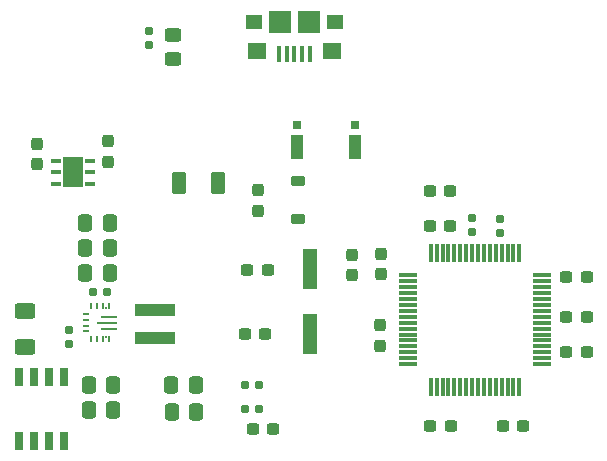
<source format=gbr>
%TF.GenerationSoftware,KiCad,Pcbnew,7.0.1*%
%TF.CreationDate,2023-07-11T02:04:21-05:00*%
%TF.ProjectId,Power_Supply,506f7765-725f-4537-9570-706c792e6b69,1*%
%TF.SameCoordinates,Original*%
%TF.FileFunction,Paste,Top*%
%TF.FilePolarity,Positive*%
%FSLAX46Y46*%
G04 Gerber Fmt 4.6, Leading zero omitted, Abs format (unit mm)*
G04 Created by KiCad (PCBNEW 7.0.1) date 2023-07-11 02:04:21*
%MOMM*%
%LPD*%
G01*
G04 APERTURE LIST*
G04 Aperture macros list*
%AMRoundRect*
0 Rectangle with rounded corners*
0 $1 Rounding radius*
0 $2 $3 $4 $5 $6 $7 $8 $9 X,Y pos of 4 corners*
0 Add a 4 corners polygon primitive as box body*
4,1,4,$2,$3,$4,$5,$6,$7,$8,$9,$2,$3,0*
0 Add four circle primitives for the rounded corners*
1,1,$1+$1,$2,$3*
1,1,$1+$1,$4,$5*
1,1,$1+$1,$6,$7*
1,1,$1+$1,$8,$9*
0 Add four rect primitives between the rounded corners*
20,1,$1+$1,$2,$3,$4,$5,0*
20,1,$1+$1,$4,$5,$6,$7,0*
20,1,$1+$1,$6,$7,$8,$9,0*
20,1,$1+$1,$8,$9,$2,$3,0*%
G04 Aperture macros list end*
%ADD10RoundRect,0.250000X-0.337500X-0.475000X0.337500X-0.475000X0.337500X0.475000X-0.337500X0.475000X0*%
%ADD11R,1.200000X3.500000*%
%ADD12RoundRect,0.250000X0.337500X0.475000X-0.337500X0.475000X-0.337500X-0.475000X0.337500X-0.475000X0*%
%ADD13RoundRect,0.237500X0.237500X-0.300000X0.237500X0.300000X-0.237500X0.300000X-0.237500X-0.300000X0*%
%ADD14RoundRect,0.237500X0.300000X0.237500X-0.300000X0.237500X-0.300000X-0.237500X0.300000X-0.237500X0*%
%ADD15RoundRect,0.250000X0.362500X0.700000X-0.362500X0.700000X-0.362500X-0.700000X0.362500X-0.700000X0*%
%ADD16R,3.400000X0.980000*%
%ADD17RoundRect,0.237500X-0.300000X-0.237500X0.300000X-0.237500X0.300000X0.237500X-0.300000X0.237500X0*%
%ADD18RoundRect,0.225000X-0.375000X0.225000X-0.375000X-0.225000X0.375000X-0.225000X0.375000X0.225000X0*%
%ADD19R,0.850000X0.300000*%
%ADD20R,1.700000X2.500000*%
%ADD21RoundRect,0.155000X0.155000X-0.212500X0.155000X0.212500X-0.155000X0.212500X-0.155000X-0.212500X0*%
%ADD22R,1.100000X2.000000*%
%ADD23R,0.800000X0.800000*%
%ADD24RoundRect,0.160000X-0.160000X0.197500X-0.160000X-0.197500X0.160000X-0.197500X0.160000X0.197500X0*%
%ADD25RoundRect,0.160000X-0.197500X-0.160000X0.197500X-0.160000X0.197500X0.160000X-0.197500X0.160000X0*%
%ADD26R,0.700000X1.525000*%
%ADD27RoundRect,0.160000X0.160000X-0.197500X0.160000X0.197500X-0.160000X0.197500X-0.160000X-0.197500X0*%
%ADD28R,0.600000X0.250000*%
%ADD29R,0.250000X0.600000*%
%ADD30R,0.250000X0.250000*%
%ADD31R,1.350000X0.250000*%
%ADD32R,1.700000X0.250000*%
%ADD33RoundRect,0.250000X0.450000X-0.325000X0.450000X0.325000X-0.450000X0.325000X-0.450000X-0.325000X0*%
%ADD34RoundRect,0.237500X-0.237500X0.300000X-0.237500X-0.300000X0.237500X-0.300000X0.237500X0.300000X0*%
%ADD35R,0.400000X1.350000*%
%ADD36R,1.450000X1.300000*%
%ADD37R,1.600000X1.400000*%
%ADD38R,1.900000X1.900000*%
%ADD39RoundRect,0.250000X0.625000X-0.400000X0.625000X0.400000X-0.625000X0.400000X-0.625000X-0.400000X0*%
%ADD40RoundRect,0.075000X-0.700000X-0.075000X0.700000X-0.075000X0.700000X0.075000X-0.700000X0.075000X0*%
%ADD41RoundRect,0.075000X-0.075000X-0.700000X0.075000X-0.700000X0.075000X0.700000X-0.075000X0.700000X0*%
G04 APERTURE END LIST*
D10*
%TO.C,C5*%
X125842500Y-84060000D03*
X127917500Y-84060000D03*
%TD*%
D11*
%TO.C,Y1*%
X137525000Y-77495000D03*
X137525000Y-71995000D03*
%TD*%
D12*
%TO.C,C7*%
X120567500Y-70190000D03*
X118492500Y-70190000D03*
%TD*%
D13*
%TO.C,C11*%
X114435000Y-63087500D03*
X114435000Y-61362500D03*
%TD*%
D14*
%TO.C,C16*%
X155587500Y-85235000D03*
X153862500Y-85235000D03*
%TD*%
D15*
%TO.C,FB1*%
X129757500Y-64675000D03*
X126432500Y-64675000D03*
%TD*%
D16*
%TO.C,L1*%
X124375000Y-77830000D03*
X124375000Y-75460000D03*
%TD*%
D17*
%TO.C,C17*%
X159250000Y-78980000D03*
X160975000Y-78980000D03*
%TD*%
%TO.C,C18*%
X159250000Y-75990000D03*
X160975000Y-75990000D03*
%TD*%
%TO.C,C23*%
X159250000Y-72630000D03*
X160975000Y-72630000D03*
%TD*%
D18*
%TO.C,D3*%
X136480000Y-64462500D03*
X136480000Y-67762500D03*
%TD*%
D19*
%TO.C,IC3*%
X118895000Y-64720000D03*
X118895000Y-63770000D03*
X118895000Y-62820000D03*
X115995000Y-62820000D03*
X115995000Y-63770000D03*
X115995000Y-64720000D03*
D20*
X117445000Y-63770000D03*
%TD*%
D21*
%TO.C,C4*%
X117145000Y-78272500D03*
X117145000Y-77137500D03*
%TD*%
D12*
%TO.C,C2*%
X118797500Y-83935000D03*
X120872500Y-83935000D03*
%TD*%
D17*
%TO.C,C15*%
X132712500Y-85525000D03*
X134437500Y-85525000D03*
%TD*%
D22*
%TO.C,D1*%
X141315000Y-61645000D03*
D23*
X141315000Y-59745000D03*
%TD*%
D24*
%TO.C,R7*%
X153650000Y-67742500D03*
X153650000Y-68937500D03*
%TD*%
D17*
%TO.C,C14*%
X132042500Y-77465000D03*
X133767500Y-77465000D03*
%TD*%
D25*
%TO.C,R6*%
X132032500Y-81790000D03*
X133227500Y-81790000D03*
%TD*%
D12*
%TO.C,C8*%
X120587500Y-72280000D03*
X118512500Y-72280000D03*
%TD*%
D26*
%TO.C,IC2*%
X112865000Y-86519000D03*
X114135000Y-86519000D03*
X115405000Y-86519000D03*
X116675000Y-86519000D03*
X116675000Y-81095000D03*
X115405000Y-81095000D03*
X114135000Y-81095000D03*
X112865000Y-81095000D03*
%TD*%
D17*
%TO.C,C22*%
X147675000Y-65325000D03*
X149400000Y-65325000D03*
%TD*%
%TO.C,C9*%
X147707500Y-85280000D03*
X149432500Y-85280000D03*
%TD*%
D27*
%TO.C,R4*%
X123865000Y-52992500D03*
X123865000Y-51797500D03*
%TD*%
D13*
%TO.C,C19*%
X143585000Y-72397500D03*
X143585000Y-70672500D03*
%TD*%
D28*
%TO.C,IC1*%
X118559000Y-75745000D03*
X118559000Y-76245000D03*
X118559000Y-76745000D03*
X118559000Y-77245000D03*
D29*
X118985000Y-77895000D03*
X119485000Y-77895000D03*
X119985000Y-77895000D03*
D30*
X120235000Y-77720000D03*
D29*
X120485000Y-77895000D03*
D31*
X120485000Y-76995000D03*
D32*
X120310000Y-76495000D03*
D31*
X120485000Y-75995000D03*
D30*
X120235000Y-75270000D03*
D29*
X120485000Y-75095000D03*
X119985000Y-75095000D03*
X119485000Y-75095000D03*
X118985000Y-75095000D03*
%TD*%
D22*
%TO.C,D2*%
X136445000Y-61635000D03*
D23*
X136445000Y-59735000D03*
%TD*%
D12*
%TO.C,C1*%
X120862500Y-81765000D03*
X118787500Y-81765000D03*
%TD*%
D33*
%TO.C,D4*%
X125935000Y-54210000D03*
X125935000Y-52160000D03*
%TD*%
D34*
%TO.C,C24*%
X133130000Y-65307500D03*
X133130000Y-67032500D03*
%TD*%
%TO.C,C12*%
X143445000Y-76725000D03*
X143445000Y-78450000D03*
%TD*%
D13*
%TO.C,C20*%
X141065000Y-72487500D03*
X141065000Y-70762500D03*
%TD*%
%TO.C,C10*%
X120455000Y-62867500D03*
X120455000Y-61142500D03*
%TD*%
D35*
%TO.C,J2*%
X137515000Y-53740000D03*
X136865000Y-53740000D03*
X136215000Y-53740000D03*
X135565000Y-53740000D03*
X134915000Y-53740000D03*
D36*
X139640000Y-51065000D03*
X132790000Y-51065000D03*
D37*
X139415000Y-53515000D03*
X133015000Y-53515000D03*
D38*
X137415000Y-51065000D03*
X135015000Y-51065000D03*
%TD*%
D39*
%TO.C,R1*%
X113435000Y-78585000D03*
X113435000Y-75485000D03*
%TD*%
D10*
%TO.C,C3*%
X125787500Y-81765000D03*
X127862500Y-81765000D03*
%TD*%
D17*
%TO.C,C13*%
X132242500Y-72015000D03*
X133967500Y-72015000D03*
%TD*%
D12*
%TO.C,C6*%
X120577500Y-68100000D03*
X118502500Y-68100000D03*
%TD*%
D24*
%TO.C,R3*%
X151250000Y-67662500D03*
X151250000Y-68857500D03*
%TD*%
D25*
%TO.C,R2*%
X119137500Y-73877015D03*
X120332500Y-73877015D03*
%TD*%
D40*
%TO.C,U1*%
X145835000Y-72505000D03*
X145835000Y-73005000D03*
X145835000Y-73505000D03*
X145835000Y-74005000D03*
X145835000Y-74505000D03*
X145835000Y-75005000D03*
X145835000Y-75505000D03*
X145835000Y-76005000D03*
X145835000Y-76505000D03*
X145835000Y-77005000D03*
X145835000Y-77505000D03*
X145835000Y-78005000D03*
X145835000Y-78505000D03*
X145835000Y-79005000D03*
X145835000Y-79505000D03*
X145835000Y-80005000D03*
D41*
X147760000Y-81930000D03*
X148260000Y-81930000D03*
X148760000Y-81930000D03*
X149260000Y-81930000D03*
X149760000Y-81930000D03*
X150260000Y-81930000D03*
X150760000Y-81930000D03*
X151260000Y-81930000D03*
X151760000Y-81930000D03*
X152260000Y-81930000D03*
X152760000Y-81930000D03*
X153260000Y-81930000D03*
X153760000Y-81930000D03*
X154260000Y-81930000D03*
X154760000Y-81930000D03*
X155260000Y-81930000D03*
D40*
X157185000Y-80005000D03*
X157185000Y-79505000D03*
X157185000Y-79005000D03*
X157185000Y-78505000D03*
X157185000Y-78005000D03*
X157185000Y-77505000D03*
X157185000Y-77005000D03*
X157185000Y-76505000D03*
X157185000Y-76005000D03*
X157185000Y-75505000D03*
X157185000Y-75005000D03*
X157185000Y-74505000D03*
X157185000Y-74005000D03*
X157185000Y-73505000D03*
X157185000Y-73005000D03*
X157185000Y-72505000D03*
D41*
X155260000Y-70580000D03*
X154760000Y-70580000D03*
X154260000Y-70580000D03*
X153760000Y-70580000D03*
X153260000Y-70580000D03*
X152760000Y-70580000D03*
X152260000Y-70580000D03*
X151760000Y-70580000D03*
X151260000Y-70580000D03*
X150760000Y-70580000D03*
X150260000Y-70580000D03*
X149760000Y-70580000D03*
X149260000Y-70580000D03*
X148760000Y-70580000D03*
X148260000Y-70580000D03*
X147760000Y-70580000D03*
%TD*%
D25*
%TO.C,R5*%
X132002500Y-83850000D03*
X133197500Y-83850000D03*
%TD*%
D17*
%TO.C,C21*%
X147682500Y-68315000D03*
X149407500Y-68315000D03*
%TD*%
M02*

</source>
